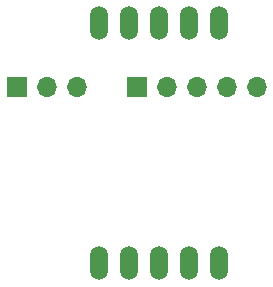
<source format=gbs>
G04 #@! TF.GenerationSoftware,KiCad,Pcbnew,8.0.4*
G04 #@! TF.CreationDate,2024-08-01T12:17:22+02:00*
G04 #@! TF.ProjectId,UPET-Wifi,55504554-2d57-4696-9669-2e6b69636164,rev?*
G04 #@! TF.SameCoordinates,Original*
G04 #@! TF.FileFunction,Soldermask,Bot*
G04 #@! TF.FilePolarity,Negative*
%FSLAX46Y46*%
G04 Gerber Fmt 4.6, Leading zero omitted, Abs format (unit mm)*
G04 Created by KiCad (PCBNEW 8.0.4) date 2024-08-01 12:17:22*
%MOMM*%
%LPD*%
G01*
G04 APERTURE LIST*
%ADD10O,1.524000X2.844800*%
%ADD11R,1.700000X1.700000*%
%ADD12O,1.700000X1.700000*%
G04 APERTURE END LIST*
D10*
X151130000Y-85090000D03*
X148590000Y-85090000D03*
X146050000Y-85090000D03*
X143510000Y-85090000D03*
X140970000Y-85090000D03*
X140970000Y-105410000D03*
X143510000Y-105410000D03*
X146050000Y-105410000D03*
X148590000Y-105410000D03*
X151130000Y-105410000D03*
D11*
X144150000Y-90487500D03*
D12*
X146690000Y-90487500D03*
X149230000Y-90487500D03*
X151770000Y-90487500D03*
X154310000Y-90487500D03*
D11*
X133985000Y-90487500D03*
D12*
X136525000Y-90487500D03*
X139065000Y-90487500D03*
M02*

</source>
